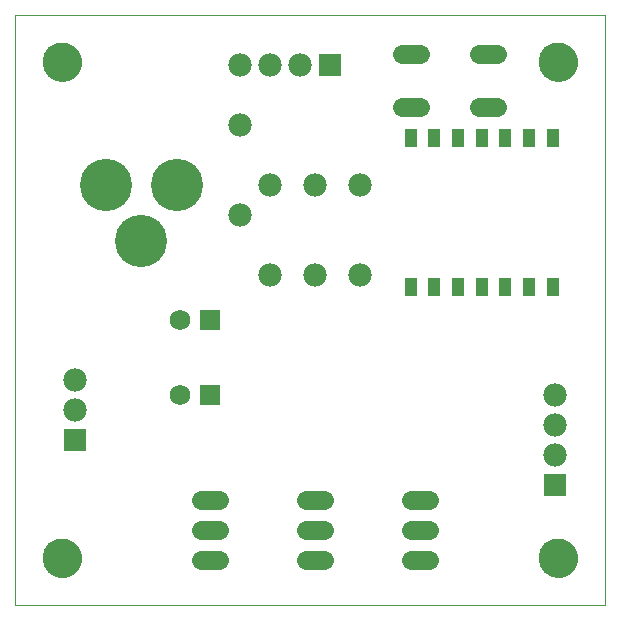
<source format=gts>
G75*
%MOIN*%
%OFA0B0*%
%FSLAX25Y25*%
%IPPOS*%
%LPD*%
%AMOC8*
5,1,8,0,0,1.08239X$1,22.5*
%
%ADD10C,0.00000*%
%ADD11C,0.12998*%
%ADD12R,0.06900X0.06900*%
%ADD13C,0.06900*%
%ADD14C,0.17400*%
%ADD15R,0.07800X0.07800*%
%ADD16C,0.07800*%
%ADD17C,0.06400*%
%ADD18R,0.04337X0.06306*%
D10*
X0005000Y0001000D02*
X0005000Y0197850D01*
X0201850Y0197850D01*
X0201850Y0001000D01*
X0005000Y0001000D01*
X0014449Y0016748D02*
X0014451Y0016906D01*
X0014457Y0017064D01*
X0014467Y0017222D01*
X0014481Y0017380D01*
X0014499Y0017537D01*
X0014520Y0017694D01*
X0014546Y0017850D01*
X0014576Y0018006D01*
X0014609Y0018161D01*
X0014647Y0018314D01*
X0014688Y0018467D01*
X0014733Y0018619D01*
X0014782Y0018770D01*
X0014835Y0018919D01*
X0014891Y0019067D01*
X0014951Y0019213D01*
X0015015Y0019358D01*
X0015083Y0019501D01*
X0015154Y0019643D01*
X0015228Y0019783D01*
X0015306Y0019920D01*
X0015388Y0020056D01*
X0015472Y0020190D01*
X0015561Y0020321D01*
X0015652Y0020450D01*
X0015747Y0020577D01*
X0015844Y0020702D01*
X0015945Y0020824D01*
X0016049Y0020943D01*
X0016156Y0021060D01*
X0016266Y0021174D01*
X0016379Y0021285D01*
X0016494Y0021394D01*
X0016612Y0021499D01*
X0016733Y0021601D01*
X0016856Y0021701D01*
X0016982Y0021797D01*
X0017110Y0021890D01*
X0017240Y0021980D01*
X0017373Y0022066D01*
X0017508Y0022150D01*
X0017644Y0022229D01*
X0017783Y0022306D01*
X0017924Y0022378D01*
X0018066Y0022448D01*
X0018210Y0022513D01*
X0018356Y0022575D01*
X0018503Y0022633D01*
X0018652Y0022688D01*
X0018802Y0022739D01*
X0018953Y0022786D01*
X0019105Y0022829D01*
X0019258Y0022868D01*
X0019413Y0022904D01*
X0019568Y0022935D01*
X0019724Y0022963D01*
X0019880Y0022987D01*
X0020037Y0023007D01*
X0020195Y0023023D01*
X0020352Y0023035D01*
X0020511Y0023043D01*
X0020669Y0023047D01*
X0020827Y0023047D01*
X0020985Y0023043D01*
X0021144Y0023035D01*
X0021301Y0023023D01*
X0021459Y0023007D01*
X0021616Y0022987D01*
X0021772Y0022963D01*
X0021928Y0022935D01*
X0022083Y0022904D01*
X0022238Y0022868D01*
X0022391Y0022829D01*
X0022543Y0022786D01*
X0022694Y0022739D01*
X0022844Y0022688D01*
X0022993Y0022633D01*
X0023140Y0022575D01*
X0023286Y0022513D01*
X0023430Y0022448D01*
X0023572Y0022378D01*
X0023713Y0022306D01*
X0023852Y0022229D01*
X0023988Y0022150D01*
X0024123Y0022066D01*
X0024256Y0021980D01*
X0024386Y0021890D01*
X0024514Y0021797D01*
X0024640Y0021701D01*
X0024763Y0021601D01*
X0024884Y0021499D01*
X0025002Y0021394D01*
X0025117Y0021285D01*
X0025230Y0021174D01*
X0025340Y0021060D01*
X0025447Y0020943D01*
X0025551Y0020824D01*
X0025652Y0020702D01*
X0025749Y0020577D01*
X0025844Y0020450D01*
X0025935Y0020321D01*
X0026024Y0020190D01*
X0026108Y0020056D01*
X0026190Y0019920D01*
X0026268Y0019783D01*
X0026342Y0019643D01*
X0026413Y0019501D01*
X0026481Y0019358D01*
X0026545Y0019213D01*
X0026605Y0019067D01*
X0026661Y0018919D01*
X0026714Y0018770D01*
X0026763Y0018619D01*
X0026808Y0018467D01*
X0026849Y0018314D01*
X0026887Y0018161D01*
X0026920Y0018006D01*
X0026950Y0017850D01*
X0026976Y0017694D01*
X0026997Y0017537D01*
X0027015Y0017380D01*
X0027029Y0017222D01*
X0027039Y0017064D01*
X0027045Y0016906D01*
X0027047Y0016748D01*
X0027045Y0016590D01*
X0027039Y0016432D01*
X0027029Y0016274D01*
X0027015Y0016116D01*
X0026997Y0015959D01*
X0026976Y0015802D01*
X0026950Y0015646D01*
X0026920Y0015490D01*
X0026887Y0015335D01*
X0026849Y0015182D01*
X0026808Y0015029D01*
X0026763Y0014877D01*
X0026714Y0014726D01*
X0026661Y0014577D01*
X0026605Y0014429D01*
X0026545Y0014283D01*
X0026481Y0014138D01*
X0026413Y0013995D01*
X0026342Y0013853D01*
X0026268Y0013713D01*
X0026190Y0013576D01*
X0026108Y0013440D01*
X0026024Y0013306D01*
X0025935Y0013175D01*
X0025844Y0013046D01*
X0025749Y0012919D01*
X0025652Y0012794D01*
X0025551Y0012672D01*
X0025447Y0012553D01*
X0025340Y0012436D01*
X0025230Y0012322D01*
X0025117Y0012211D01*
X0025002Y0012102D01*
X0024884Y0011997D01*
X0024763Y0011895D01*
X0024640Y0011795D01*
X0024514Y0011699D01*
X0024386Y0011606D01*
X0024256Y0011516D01*
X0024123Y0011430D01*
X0023988Y0011346D01*
X0023852Y0011267D01*
X0023713Y0011190D01*
X0023572Y0011118D01*
X0023430Y0011048D01*
X0023286Y0010983D01*
X0023140Y0010921D01*
X0022993Y0010863D01*
X0022844Y0010808D01*
X0022694Y0010757D01*
X0022543Y0010710D01*
X0022391Y0010667D01*
X0022238Y0010628D01*
X0022083Y0010592D01*
X0021928Y0010561D01*
X0021772Y0010533D01*
X0021616Y0010509D01*
X0021459Y0010489D01*
X0021301Y0010473D01*
X0021144Y0010461D01*
X0020985Y0010453D01*
X0020827Y0010449D01*
X0020669Y0010449D01*
X0020511Y0010453D01*
X0020352Y0010461D01*
X0020195Y0010473D01*
X0020037Y0010489D01*
X0019880Y0010509D01*
X0019724Y0010533D01*
X0019568Y0010561D01*
X0019413Y0010592D01*
X0019258Y0010628D01*
X0019105Y0010667D01*
X0018953Y0010710D01*
X0018802Y0010757D01*
X0018652Y0010808D01*
X0018503Y0010863D01*
X0018356Y0010921D01*
X0018210Y0010983D01*
X0018066Y0011048D01*
X0017924Y0011118D01*
X0017783Y0011190D01*
X0017644Y0011267D01*
X0017508Y0011346D01*
X0017373Y0011430D01*
X0017240Y0011516D01*
X0017110Y0011606D01*
X0016982Y0011699D01*
X0016856Y0011795D01*
X0016733Y0011895D01*
X0016612Y0011997D01*
X0016494Y0012102D01*
X0016379Y0012211D01*
X0016266Y0012322D01*
X0016156Y0012436D01*
X0016049Y0012553D01*
X0015945Y0012672D01*
X0015844Y0012794D01*
X0015747Y0012919D01*
X0015652Y0013046D01*
X0015561Y0013175D01*
X0015472Y0013306D01*
X0015388Y0013440D01*
X0015306Y0013576D01*
X0015228Y0013713D01*
X0015154Y0013853D01*
X0015083Y0013995D01*
X0015015Y0014138D01*
X0014951Y0014283D01*
X0014891Y0014429D01*
X0014835Y0014577D01*
X0014782Y0014726D01*
X0014733Y0014877D01*
X0014688Y0015029D01*
X0014647Y0015182D01*
X0014609Y0015335D01*
X0014576Y0015490D01*
X0014546Y0015646D01*
X0014520Y0015802D01*
X0014499Y0015959D01*
X0014481Y0016116D01*
X0014467Y0016274D01*
X0014457Y0016432D01*
X0014451Y0016590D01*
X0014449Y0016748D01*
X0179803Y0016748D02*
X0179805Y0016906D01*
X0179811Y0017064D01*
X0179821Y0017222D01*
X0179835Y0017380D01*
X0179853Y0017537D01*
X0179874Y0017694D01*
X0179900Y0017850D01*
X0179930Y0018006D01*
X0179963Y0018161D01*
X0180001Y0018314D01*
X0180042Y0018467D01*
X0180087Y0018619D01*
X0180136Y0018770D01*
X0180189Y0018919D01*
X0180245Y0019067D01*
X0180305Y0019213D01*
X0180369Y0019358D01*
X0180437Y0019501D01*
X0180508Y0019643D01*
X0180582Y0019783D01*
X0180660Y0019920D01*
X0180742Y0020056D01*
X0180826Y0020190D01*
X0180915Y0020321D01*
X0181006Y0020450D01*
X0181101Y0020577D01*
X0181198Y0020702D01*
X0181299Y0020824D01*
X0181403Y0020943D01*
X0181510Y0021060D01*
X0181620Y0021174D01*
X0181733Y0021285D01*
X0181848Y0021394D01*
X0181966Y0021499D01*
X0182087Y0021601D01*
X0182210Y0021701D01*
X0182336Y0021797D01*
X0182464Y0021890D01*
X0182594Y0021980D01*
X0182727Y0022066D01*
X0182862Y0022150D01*
X0182998Y0022229D01*
X0183137Y0022306D01*
X0183278Y0022378D01*
X0183420Y0022448D01*
X0183564Y0022513D01*
X0183710Y0022575D01*
X0183857Y0022633D01*
X0184006Y0022688D01*
X0184156Y0022739D01*
X0184307Y0022786D01*
X0184459Y0022829D01*
X0184612Y0022868D01*
X0184767Y0022904D01*
X0184922Y0022935D01*
X0185078Y0022963D01*
X0185234Y0022987D01*
X0185391Y0023007D01*
X0185549Y0023023D01*
X0185706Y0023035D01*
X0185865Y0023043D01*
X0186023Y0023047D01*
X0186181Y0023047D01*
X0186339Y0023043D01*
X0186498Y0023035D01*
X0186655Y0023023D01*
X0186813Y0023007D01*
X0186970Y0022987D01*
X0187126Y0022963D01*
X0187282Y0022935D01*
X0187437Y0022904D01*
X0187592Y0022868D01*
X0187745Y0022829D01*
X0187897Y0022786D01*
X0188048Y0022739D01*
X0188198Y0022688D01*
X0188347Y0022633D01*
X0188494Y0022575D01*
X0188640Y0022513D01*
X0188784Y0022448D01*
X0188926Y0022378D01*
X0189067Y0022306D01*
X0189206Y0022229D01*
X0189342Y0022150D01*
X0189477Y0022066D01*
X0189610Y0021980D01*
X0189740Y0021890D01*
X0189868Y0021797D01*
X0189994Y0021701D01*
X0190117Y0021601D01*
X0190238Y0021499D01*
X0190356Y0021394D01*
X0190471Y0021285D01*
X0190584Y0021174D01*
X0190694Y0021060D01*
X0190801Y0020943D01*
X0190905Y0020824D01*
X0191006Y0020702D01*
X0191103Y0020577D01*
X0191198Y0020450D01*
X0191289Y0020321D01*
X0191378Y0020190D01*
X0191462Y0020056D01*
X0191544Y0019920D01*
X0191622Y0019783D01*
X0191696Y0019643D01*
X0191767Y0019501D01*
X0191835Y0019358D01*
X0191899Y0019213D01*
X0191959Y0019067D01*
X0192015Y0018919D01*
X0192068Y0018770D01*
X0192117Y0018619D01*
X0192162Y0018467D01*
X0192203Y0018314D01*
X0192241Y0018161D01*
X0192274Y0018006D01*
X0192304Y0017850D01*
X0192330Y0017694D01*
X0192351Y0017537D01*
X0192369Y0017380D01*
X0192383Y0017222D01*
X0192393Y0017064D01*
X0192399Y0016906D01*
X0192401Y0016748D01*
X0192399Y0016590D01*
X0192393Y0016432D01*
X0192383Y0016274D01*
X0192369Y0016116D01*
X0192351Y0015959D01*
X0192330Y0015802D01*
X0192304Y0015646D01*
X0192274Y0015490D01*
X0192241Y0015335D01*
X0192203Y0015182D01*
X0192162Y0015029D01*
X0192117Y0014877D01*
X0192068Y0014726D01*
X0192015Y0014577D01*
X0191959Y0014429D01*
X0191899Y0014283D01*
X0191835Y0014138D01*
X0191767Y0013995D01*
X0191696Y0013853D01*
X0191622Y0013713D01*
X0191544Y0013576D01*
X0191462Y0013440D01*
X0191378Y0013306D01*
X0191289Y0013175D01*
X0191198Y0013046D01*
X0191103Y0012919D01*
X0191006Y0012794D01*
X0190905Y0012672D01*
X0190801Y0012553D01*
X0190694Y0012436D01*
X0190584Y0012322D01*
X0190471Y0012211D01*
X0190356Y0012102D01*
X0190238Y0011997D01*
X0190117Y0011895D01*
X0189994Y0011795D01*
X0189868Y0011699D01*
X0189740Y0011606D01*
X0189610Y0011516D01*
X0189477Y0011430D01*
X0189342Y0011346D01*
X0189206Y0011267D01*
X0189067Y0011190D01*
X0188926Y0011118D01*
X0188784Y0011048D01*
X0188640Y0010983D01*
X0188494Y0010921D01*
X0188347Y0010863D01*
X0188198Y0010808D01*
X0188048Y0010757D01*
X0187897Y0010710D01*
X0187745Y0010667D01*
X0187592Y0010628D01*
X0187437Y0010592D01*
X0187282Y0010561D01*
X0187126Y0010533D01*
X0186970Y0010509D01*
X0186813Y0010489D01*
X0186655Y0010473D01*
X0186498Y0010461D01*
X0186339Y0010453D01*
X0186181Y0010449D01*
X0186023Y0010449D01*
X0185865Y0010453D01*
X0185706Y0010461D01*
X0185549Y0010473D01*
X0185391Y0010489D01*
X0185234Y0010509D01*
X0185078Y0010533D01*
X0184922Y0010561D01*
X0184767Y0010592D01*
X0184612Y0010628D01*
X0184459Y0010667D01*
X0184307Y0010710D01*
X0184156Y0010757D01*
X0184006Y0010808D01*
X0183857Y0010863D01*
X0183710Y0010921D01*
X0183564Y0010983D01*
X0183420Y0011048D01*
X0183278Y0011118D01*
X0183137Y0011190D01*
X0182998Y0011267D01*
X0182862Y0011346D01*
X0182727Y0011430D01*
X0182594Y0011516D01*
X0182464Y0011606D01*
X0182336Y0011699D01*
X0182210Y0011795D01*
X0182087Y0011895D01*
X0181966Y0011997D01*
X0181848Y0012102D01*
X0181733Y0012211D01*
X0181620Y0012322D01*
X0181510Y0012436D01*
X0181403Y0012553D01*
X0181299Y0012672D01*
X0181198Y0012794D01*
X0181101Y0012919D01*
X0181006Y0013046D01*
X0180915Y0013175D01*
X0180826Y0013306D01*
X0180742Y0013440D01*
X0180660Y0013576D01*
X0180582Y0013713D01*
X0180508Y0013853D01*
X0180437Y0013995D01*
X0180369Y0014138D01*
X0180305Y0014283D01*
X0180245Y0014429D01*
X0180189Y0014577D01*
X0180136Y0014726D01*
X0180087Y0014877D01*
X0180042Y0015029D01*
X0180001Y0015182D01*
X0179963Y0015335D01*
X0179930Y0015490D01*
X0179900Y0015646D01*
X0179874Y0015802D01*
X0179853Y0015959D01*
X0179835Y0016116D01*
X0179821Y0016274D01*
X0179811Y0016432D01*
X0179805Y0016590D01*
X0179803Y0016748D01*
X0179803Y0182102D02*
X0179805Y0182260D01*
X0179811Y0182418D01*
X0179821Y0182576D01*
X0179835Y0182734D01*
X0179853Y0182891D01*
X0179874Y0183048D01*
X0179900Y0183204D01*
X0179930Y0183360D01*
X0179963Y0183515D01*
X0180001Y0183668D01*
X0180042Y0183821D01*
X0180087Y0183973D01*
X0180136Y0184124D01*
X0180189Y0184273D01*
X0180245Y0184421D01*
X0180305Y0184567D01*
X0180369Y0184712D01*
X0180437Y0184855D01*
X0180508Y0184997D01*
X0180582Y0185137D01*
X0180660Y0185274D01*
X0180742Y0185410D01*
X0180826Y0185544D01*
X0180915Y0185675D01*
X0181006Y0185804D01*
X0181101Y0185931D01*
X0181198Y0186056D01*
X0181299Y0186178D01*
X0181403Y0186297D01*
X0181510Y0186414D01*
X0181620Y0186528D01*
X0181733Y0186639D01*
X0181848Y0186748D01*
X0181966Y0186853D01*
X0182087Y0186955D01*
X0182210Y0187055D01*
X0182336Y0187151D01*
X0182464Y0187244D01*
X0182594Y0187334D01*
X0182727Y0187420D01*
X0182862Y0187504D01*
X0182998Y0187583D01*
X0183137Y0187660D01*
X0183278Y0187732D01*
X0183420Y0187802D01*
X0183564Y0187867D01*
X0183710Y0187929D01*
X0183857Y0187987D01*
X0184006Y0188042D01*
X0184156Y0188093D01*
X0184307Y0188140D01*
X0184459Y0188183D01*
X0184612Y0188222D01*
X0184767Y0188258D01*
X0184922Y0188289D01*
X0185078Y0188317D01*
X0185234Y0188341D01*
X0185391Y0188361D01*
X0185549Y0188377D01*
X0185706Y0188389D01*
X0185865Y0188397D01*
X0186023Y0188401D01*
X0186181Y0188401D01*
X0186339Y0188397D01*
X0186498Y0188389D01*
X0186655Y0188377D01*
X0186813Y0188361D01*
X0186970Y0188341D01*
X0187126Y0188317D01*
X0187282Y0188289D01*
X0187437Y0188258D01*
X0187592Y0188222D01*
X0187745Y0188183D01*
X0187897Y0188140D01*
X0188048Y0188093D01*
X0188198Y0188042D01*
X0188347Y0187987D01*
X0188494Y0187929D01*
X0188640Y0187867D01*
X0188784Y0187802D01*
X0188926Y0187732D01*
X0189067Y0187660D01*
X0189206Y0187583D01*
X0189342Y0187504D01*
X0189477Y0187420D01*
X0189610Y0187334D01*
X0189740Y0187244D01*
X0189868Y0187151D01*
X0189994Y0187055D01*
X0190117Y0186955D01*
X0190238Y0186853D01*
X0190356Y0186748D01*
X0190471Y0186639D01*
X0190584Y0186528D01*
X0190694Y0186414D01*
X0190801Y0186297D01*
X0190905Y0186178D01*
X0191006Y0186056D01*
X0191103Y0185931D01*
X0191198Y0185804D01*
X0191289Y0185675D01*
X0191378Y0185544D01*
X0191462Y0185410D01*
X0191544Y0185274D01*
X0191622Y0185137D01*
X0191696Y0184997D01*
X0191767Y0184855D01*
X0191835Y0184712D01*
X0191899Y0184567D01*
X0191959Y0184421D01*
X0192015Y0184273D01*
X0192068Y0184124D01*
X0192117Y0183973D01*
X0192162Y0183821D01*
X0192203Y0183668D01*
X0192241Y0183515D01*
X0192274Y0183360D01*
X0192304Y0183204D01*
X0192330Y0183048D01*
X0192351Y0182891D01*
X0192369Y0182734D01*
X0192383Y0182576D01*
X0192393Y0182418D01*
X0192399Y0182260D01*
X0192401Y0182102D01*
X0192399Y0181944D01*
X0192393Y0181786D01*
X0192383Y0181628D01*
X0192369Y0181470D01*
X0192351Y0181313D01*
X0192330Y0181156D01*
X0192304Y0181000D01*
X0192274Y0180844D01*
X0192241Y0180689D01*
X0192203Y0180536D01*
X0192162Y0180383D01*
X0192117Y0180231D01*
X0192068Y0180080D01*
X0192015Y0179931D01*
X0191959Y0179783D01*
X0191899Y0179637D01*
X0191835Y0179492D01*
X0191767Y0179349D01*
X0191696Y0179207D01*
X0191622Y0179067D01*
X0191544Y0178930D01*
X0191462Y0178794D01*
X0191378Y0178660D01*
X0191289Y0178529D01*
X0191198Y0178400D01*
X0191103Y0178273D01*
X0191006Y0178148D01*
X0190905Y0178026D01*
X0190801Y0177907D01*
X0190694Y0177790D01*
X0190584Y0177676D01*
X0190471Y0177565D01*
X0190356Y0177456D01*
X0190238Y0177351D01*
X0190117Y0177249D01*
X0189994Y0177149D01*
X0189868Y0177053D01*
X0189740Y0176960D01*
X0189610Y0176870D01*
X0189477Y0176784D01*
X0189342Y0176700D01*
X0189206Y0176621D01*
X0189067Y0176544D01*
X0188926Y0176472D01*
X0188784Y0176402D01*
X0188640Y0176337D01*
X0188494Y0176275D01*
X0188347Y0176217D01*
X0188198Y0176162D01*
X0188048Y0176111D01*
X0187897Y0176064D01*
X0187745Y0176021D01*
X0187592Y0175982D01*
X0187437Y0175946D01*
X0187282Y0175915D01*
X0187126Y0175887D01*
X0186970Y0175863D01*
X0186813Y0175843D01*
X0186655Y0175827D01*
X0186498Y0175815D01*
X0186339Y0175807D01*
X0186181Y0175803D01*
X0186023Y0175803D01*
X0185865Y0175807D01*
X0185706Y0175815D01*
X0185549Y0175827D01*
X0185391Y0175843D01*
X0185234Y0175863D01*
X0185078Y0175887D01*
X0184922Y0175915D01*
X0184767Y0175946D01*
X0184612Y0175982D01*
X0184459Y0176021D01*
X0184307Y0176064D01*
X0184156Y0176111D01*
X0184006Y0176162D01*
X0183857Y0176217D01*
X0183710Y0176275D01*
X0183564Y0176337D01*
X0183420Y0176402D01*
X0183278Y0176472D01*
X0183137Y0176544D01*
X0182998Y0176621D01*
X0182862Y0176700D01*
X0182727Y0176784D01*
X0182594Y0176870D01*
X0182464Y0176960D01*
X0182336Y0177053D01*
X0182210Y0177149D01*
X0182087Y0177249D01*
X0181966Y0177351D01*
X0181848Y0177456D01*
X0181733Y0177565D01*
X0181620Y0177676D01*
X0181510Y0177790D01*
X0181403Y0177907D01*
X0181299Y0178026D01*
X0181198Y0178148D01*
X0181101Y0178273D01*
X0181006Y0178400D01*
X0180915Y0178529D01*
X0180826Y0178660D01*
X0180742Y0178794D01*
X0180660Y0178930D01*
X0180582Y0179067D01*
X0180508Y0179207D01*
X0180437Y0179349D01*
X0180369Y0179492D01*
X0180305Y0179637D01*
X0180245Y0179783D01*
X0180189Y0179931D01*
X0180136Y0180080D01*
X0180087Y0180231D01*
X0180042Y0180383D01*
X0180001Y0180536D01*
X0179963Y0180689D01*
X0179930Y0180844D01*
X0179900Y0181000D01*
X0179874Y0181156D01*
X0179853Y0181313D01*
X0179835Y0181470D01*
X0179821Y0181628D01*
X0179811Y0181786D01*
X0179805Y0181944D01*
X0179803Y0182102D01*
X0014449Y0182102D02*
X0014451Y0182260D01*
X0014457Y0182418D01*
X0014467Y0182576D01*
X0014481Y0182734D01*
X0014499Y0182891D01*
X0014520Y0183048D01*
X0014546Y0183204D01*
X0014576Y0183360D01*
X0014609Y0183515D01*
X0014647Y0183668D01*
X0014688Y0183821D01*
X0014733Y0183973D01*
X0014782Y0184124D01*
X0014835Y0184273D01*
X0014891Y0184421D01*
X0014951Y0184567D01*
X0015015Y0184712D01*
X0015083Y0184855D01*
X0015154Y0184997D01*
X0015228Y0185137D01*
X0015306Y0185274D01*
X0015388Y0185410D01*
X0015472Y0185544D01*
X0015561Y0185675D01*
X0015652Y0185804D01*
X0015747Y0185931D01*
X0015844Y0186056D01*
X0015945Y0186178D01*
X0016049Y0186297D01*
X0016156Y0186414D01*
X0016266Y0186528D01*
X0016379Y0186639D01*
X0016494Y0186748D01*
X0016612Y0186853D01*
X0016733Y0186955D01*
X0016856Y0187055D01*
X0016982Y0187151D01*
X0017110Y0187244D01*
X0017240Y0187334D01*
X0017373Y0187420D01*
X0017508Y0187504D01*
X0017644Y0187583D01*
X0017783Y0187660D01*
X0017924Y0187732D01*
X0018066Y0187802D01*
X0018210Y0187867D01*
X0018356Y0187929D01*
X0018503Y0187987D01*
X0018652Y0188042D01*
X0018802Y0188093D01*
X0018953Y0188140D01*
X0019105Y0188183D01*
X0019258Y0188222D01*
X0019413Y0188258D01*
X0019568Y0188289D01*
X0019724Y0188317D01*
X0019880Y0188341D01*
X0020037Y0188361D01*
X0020195Y0188377D01*
X0020352Y0188389D01*
X0020511Y0188397D01*
X0020669Y0188401D01*
X0020827Y0188401D01*
X0020985Y0188397D01*
X0021144Y0188389D01*
X0021301Y0188377D01*
X0021459Y0188361D01*
X0021616Y0188341D01*
X0021772Y0188317D01*
X0021928Y0188289D01*
X0022083Y0188258D01*
X0022238Y0188222D01*
X0022391Y0188183D01*
X0022543Y0188140D01*
X0022694Y0188093D01*
X0022844Y0188042D01*
X0022993Y0187987D01*
X0023140Y0187929D01*
X0023286Y0187867D01*
X0023430Y0187802D01*
X0023572Y0187732D01*
X0023713Y0187660D01*
X0023852Y0187583D01*
X0023988Y0187504D01*
X0024123Y0187420D01*
X0024256Y0187334D01*
X0024386Y0187244D01*
X0024514Y0187151D01*
X0024640Y0187055D01*
X0024763Y0186955D01*
X0024884Y0186853D01*
X0025002Y0186748D01*
X0025117Y0186639D01*
X0025230Y0186528D01*
X0025340Y0186414D01*
X0025447Y0186297D01*
X0025551Y0186178D01*
X0025652Y0186056D01*
X0025749Y0185931D01*
X0025844Y0185804D01*
X0025935Y0185675D01*
X0026024Y0185544D01*
X0026108Y0185410D01*
X0026190Y0185274D01*
X0026268Y0185137D01*
X0026342Y0184997D01*
X0026413Y0184855D01*
X0026481Y0184712D01*
X0026545Y0184567D01*
X0026605Y0184421D01*
X0026661Y0184273D01*
X0026714Y0184124D01*
X0026763Y0183973D01*
X0026808Y0183821D01*
X0026849Y0183668D01*
X0026887Y0183515D01*
X0026920Y0183360D01*
X0026950Y0183204D01*
X0026976Y0183048D01*
X0026997Y0182891D01*
X0027015Y0182734D01*
X0027029Y0182576D01*
X0027039Y0182418D01*
X0027045Y0182260D01*
X0027047Y0182102D01*
X0027045Y0181944D01*
X0027039Y0181786D01*
X0027029Y0181628D01*
X0027015Y0181470D01*
X0026997Y0181313D01*
X0026976Y0181156D01*
X0026950Y0181000D01*
X0026920Y0180844D01*
X0026887Y0180689D01*
X0026849Y0180536D01*
X0026808Y0180383D01*
X0026763Y0180231D01*
X0026714Y0180080D01*
X0026661Y0179931D01*
X0026605Y0179783D01*
X0026545Y0179637D01*
X0026481Y0179492D01*
X0026413Y0179349D01*
X0026342Y0179207D01*
X0026268Y0179067D01*
X0026190Y0178930D01*
X0026108Y0178794D01*
X0026024Y0178660D01*
X0025935Y0178529D01*
X0025844Y0178400D01*
X0025749Y0178273D01*
X0025652Y0178148D01*
X0025551Y0178026D01*
X0025447Y0177907D01*
X0025340Y0177790D01*
X0025230Y0177676D01*
X0025117Y0177565D01*
X0025002Y0177456D01*
X0024884Y0177351D01*
X0024763Y0177249D01*
X0024640Y0177149D01*
X0024514Y0177053D01*
X0024386Y0176960D01*
X0024256Y0176870D01*
X0024123Y0176784D01*
X0023988Y0176700D01*
X0023852Y0176621D01*
X0023713Y0176544D01*
X0023572Y0176472D01*
X0023430Y0176402D01*
X0023286Y0176337D01*
X0023140Y0176275D01*
X0022993Y0176217D01*
X0022844Y0176162D01*
X0022694Y0176111D01*
X0022543Y0176064D01*
X0022391Y0176021D01*
X0022238Y0175982D01*
X0022083Y0175946D01*
X0021928Y0175915D01*
X0021772Y0175887D01*
X0021616Y0175863D01*
X0021459Y0175843D01*
X0021301Y0175827D01*
X0021144Y0175815D01*
X0020985Y0175807D01*
X0020827Y0175803D01*
X0020669Y0175803D01*
X0020511Y0175807D01*
X0020352Y0175815D01*
X0020195Y0175827D01*
X0020037Y0175843D01*
X0019880Y0175863D01*
X0019724Y0175887D01*
X0019568Y0175915D01*
X0019413Y0175946D01*
X0019258Y0175982D01*
X0019105Y0176021D01*
X0018953Y0176064D01*
X0018802Y0176111D01*
X0018652Y0176162D01*
X0018503Y0176217D01*
X0018356Y0176275D01*
X0018210Y0176337D01*
X0018066Y0176402D01*
X0017924Y0176472D01*
X0017783Y0176544D01*
X0017644Y0176621D01*
X0017508Y0176700D01*
X0017373Y0176784D01*
X0017240Y0176870D01*
X0017110Y0176960D01*
X0016982Y0177053D01*
X0016856Y0177149D01*
X0016733Y0177249D01*
X0016612Y0177351D01*
X0016494Y0177456D01*
X0016379Y0177565D01*
X0016266Y0177676D01*
X0016156Y0177790D01*
X0016049Y0177907D01*
X0015945Y0178026D01*
X0015844Y0178148D01*
X0015747Y0178273D01*
X0015652Y0178400D01*
X0015561Y0178529D01*
X0015472Y0178660D01*
X0015388Y0178794D01*
X0015306Y0178930D01*
X0015228Y0179067D01*
X0015154Y0179207D01*
X0015083Y0179349D01*
X0015015Y0179492D01*
X0014951Y0179637D01*
X0014891Y0179783D01*
X0014835Y0179931D01*
X0014782Y0180080D01*
X0014733Y0180231D01*
X0014688Y0180383D01*
X0014647Y0180536D01*
X0014609Y0180689D01*
X0014576Y0180844D01*
X0014546Y0181000D01*
X0014520Y0181156D01*
X0014499Y0181313D01*
X0014481Y0181470D01*
X0014467Y0181628D01*
X0014457Y0181786D01*
X0014451Y0181944D01*
X0014449Y0182102D01*
D11*
X0020748Y0182102D03*
X0186102Y0182102D03*
X0186102Y0016748D03*
X0020748Y0016748D03*
D12*
X0070000Y0071000D03*
X0070000Y0096000D03*
D13*
X0060000Y0096000D03*
X0060000Y0071000D03*
D14*
X0047126Y0122496D03*
X0058937Y0141000D03*
X0035315Y0141000D03*
D15*
X0110000Y0181000D03*
X0025000Y0056000D03*
X0185000Y0041000D03*
D16*
X0185000Y0051000D03*
X0185000Y0061000D03*
X0185000Y0071000D03*
X0120000Y0111000D03*
X0105000Y0111000D03*
X0090000Y0111000D03*
X0080000Y0131000D03*
X0090000Y0141000D03*
X0105000Y0141000D03*
X0120000Y0141000D03*
X0080000Y0161000D03*
X0080000Y0181000D03*
X0090000Y0181000D03*
X0100000Y0181000D03*
X0025000Y0076000D03*
X0025000Y0066000D03*
D17*
X0067000Y0036000D02*
X0073000Y0036000D01*
X0073000Y0026000D02*
X0067000Y0026000D01*
X0067000Y0016000D02*
X0073000Y0016000D01*
X0102000Y0016000D02*
X0108000Y0016000D01*
X0108000Y0026000D02*
X0102000Y0026000D01*
X0102000Y0036000D02*
X0108000Y0036000D01*
X0137000Y0036000D02*
X0143000Y0036000D01*
X0143000Y0026000D02*
X0137000Y0026000D01*
X0137000Y0016000D02*
X0143000Y0016000D01*
X0140200Y0167100D02*
X0134200Y0167100D01*
X0134200Y0184900D02*
X0140200Y0184900D01*
X0159800Y0184900D02*
X0165800Y0184900D01*
X0165800Y0167100D02*
X0159800Y0167100D01*
D18*
X0160630Y0156787D03*
X0152756Y0156787D03*
X0144882Y0156787D03*
X0137008Y0156787D03*
X0168504Y0156787D03*
X0176378Y0156787D03*
X0184252Y0156787D03*
X0184252Y0107181D03*
X0176378Y0107181D03*
X0168504Y0107181D03*
X0160630Y0107181D03*
X0152756Y0107181D03*
X0144882Y0107181D03*
X0137008Y0107181D03*
M02*

</source>
